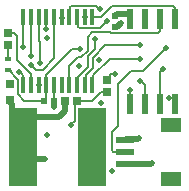
<source format=gbr>
%TF.GenerationSoftware,Altium Limited,Altium Designer,25.8.1 (18)*%
G04 Layer_Physical_Order=1*
G04 Layer_Color=255*
%FSLAX45Y45*%
%MOMM*%
%TF.SameCoordinates,B646849D-B937-4B77-9D6D-868C213BF6CA*%
%TF.FilePolarity,Positive*%
%TF.FileFunction,Copper,L1,Top,Signal*%
%TF.Part,Single*%
G01*
G75*
%TA.AperFunction,SMDPad,CuDef*%
G04:AMPARAMS|DCode=10|XSize=0.76mm|YSize=0.6604mm|CornerRadius=0.08255mm|HoleSize=0mm|Usage=FLASHONLY|Rotation=180.000|XOffset=0mm|YOffset=0mm|HoleType=Round|Shape=RoundedRectangle|*
%AMROUNDEDRECTD10*
21,1,0.76000,0.49530,0,0,180.0*
21,1,0.59490,0.66040,0,0,180.0*
1,1,0.16510,-0.29745,0.24765*
1,1,0.16510,0.29745,0.24765*
1,1,0.16510,0.29745,-0.24765*
1,1,0.16510,-0.29745,-0.24765*
%
%ADD10ROUNDEDRECTD10*%
G04:AMPARAMS|DCode=11|XSize=1.61mm|YSize=0.58mm|CornerRadius=0.0725mm|HoleSize=0mm|Usage=FLASHONLY|Rotation=90.000|XOffset=0mm|YOffset=0mm|HoleType=Round|Shape=RoundedRectangle|*
%AMROUNDEDRECTD11*
21,1,1.61000,0.43500,0,0,90.0*
21,1,1.46500,0.58000,0,0,90.0*
1,1,0.14500,0.21750,0.73250*
1,1,0.14500,0.21750,-0.73250*
1,1,0.14500,-0.21750,-0.73250*
1,1,0.14500,-0.21750,0.73250*
%
%ADD11ROUNDEDRECTD11*%
%ADD12R,1.55000X0.60000*%
%ADD13R,0.40000X1.35000*%
%ADD14R,0.65000X0.65000*%
G04:AMPARAMS|DCode=15|XSize=0.55mm|YSize=0.5mm|CornerRadius=0.0625mm|HoleSize=0mm|Usage=FLASHONLY|Rotation=90.000|XOffset=0mm|YOffset=0mm|HoleType=Round|Shape=RoundedRectangle|*
%AMROUNDEDRECTD15*
21,1,0.55000,0.37500,0,0,90.0*
21,1,0.42500,0.50000,0,0,90.0*
1,1,0.12500,0.18750,0.21250*
1,1,0.12500,0.18750,-0.21250*
1,1,0.12500,-0.18750,-0.21250*
1,1,0.12500,-0.18750,0.21250*
%
%ADD15ROUNDEDRECTD15*%
G04:AMPARAMS|DCode=16|XSize=0.55mm|YSize=0.5mm|CornerRadius=0.0625mm|HoleSize=0mm|Usage=FLASHONLY|Rotation=0.000|XOffset=0mm|YOffset=0mm|HoleType=Round|Shape=RoundedRectangle|*
%AMROUNDEDRECTD16*
21,1,0.55000,0.37500,0,0,0.0*
21,1,0.42500,0.50000,0,0,0.0*
1,1,0.12500,0.21250,-0.18750*
1,1,0.12500,-0.21250,-0.18750*
1,1,0.12500,-0.21250,0.18750*
1,1,0.12500,0.21250,0.18750*
%
%ADD16ROUNDEDRECTD16*%
%ADD17R,0.60000X0.40000*%
%ADD18R,0.65000X0.65000*%
%TA.AperFunction,ConnectorPad*%
%ADD19R,2.40000X6.63000*%
%TA.AperFunction,SMDPad,CuDef*%
%ADD20R,1.80000X1.20000*%
%TA.AperFunction,Conductor*%
%ADD21C,0.20000*%
%ADD22C,0.50000*%
%TA.AperFunction,ViaPad*%
%ADD23C,0.50000*%
D10*
X2260600Y2914500D02*
D03*
Y3054500D02*
D03*
D11*
X3657600Y2878000D02*
D03*
X3276600Y3599000D02*
D03*
Y2878000D02*
D03*
X3657600Y3599000D02*
D03*
X3530600D02*
D03*
X3403600Y2878000D02*
D03*
Y3599000D02*
D03*
X3530600Y2878000D02*
D03*
D12*
X3234800Y2576500D02*
D03*
Y2376500D02*
D03*
Y2476500D02*
D03*
D13*
X2634500Y3039900D02*
D03*
X2569500D02*
D03*
X2374500Y3614900D02*
D03*
X2439500D02*
D03*
X2504500D02*
D03*
X2569500D02*
D03*
X2634500D02*
D03*
X2699500D02*
D03*
X2764500D02*
D03*
X2829500D02*
D03*
X2894500D02*
D03*
X2959500D02*
D03*
Y3039900D02*
D03*
X2894500D02*
D03*
X2829500D02*
D03*
X2764500D02*
D03*
X2699500D02*
D03*
X2504500D02*
D03*
X2439500D02*
D03*
X2374500D02*
D03*
D14*
X3086100Y3085300D02*
D03*
Y2985300D02*
D03*
X2247900Y3479000D02*
D03*
Y3379000D02*
D03*
D15*
X2635800Y2908300D02*
D03*
X2545800D02*
D03*
D16*
X3149600Y3536400D02*
D03*
Y3626400D02*
D03*
D17*
X2247900Y3168100D02*
D03*
Y3258100D02*
D03*
D18*
X2731300Y2908300D02*
D03*
X2831300D02*
D03*
D19*
X2374500Y2514600D02*
D03*
X2959500D02*
D03*
D20*
X3622300Y2246500D02*
D03*
Y2706500D02*
D03*
D21*
X3390900Y3162300D02*
X3581400Y3352800D01*
X2569500Y3039900D02*
Y3128300D01*
Y2934500D02*
Y3039900D01*
X2558500Y2908300D02*
Y2923500D01*
X3530600Y3149600D02*
X3556000Y3175000D01*
X3530600Y2878000D02*
Y3149600D01*
X3289300Y3162300D02*
X3390900D01*
X2839500Y3049900D02*
Y3112219D01*
X2925700Y3198419D01*
X2829500Y3039900D02*
X2839500Y3049900D01*
X2925700Y3198419D02*
Y3288479D01*
X2984606Y3347384D01*
X2960700Y3183922D02*
Y3273982D01*
X2904500Y3127721D02*
X2960700Y3183922D01*
X2904500Y3049900D02*
Y3127721D01*
X2984606Y3347384D02*
Y3431899D01*
X2864324Y3276600D02*
X2921000Y3333276D01*
X2764500Y3039900D02*
Y3205531D01*
X2835569Y3276600D02*
X2864324D01*
X2764500Y3205531D02*
X2835569Y3276600D01*
X2921000Y3333276D02*
Y3448896D01*
X2959500Y3039900D02*
X2965804Y3046204D01*
X2894500Y3039900D02*
X2904500Y3049900D01*
X3106181Y3263900D02*
X3365500D01*
X2965804Y3123522D02*
X3106181Y3263900D01*
X2965804Y3046204D02*
Y3123522D01*
X3119260Y3131160D02*
X3143860D01*
X3149600Y3136900D01*
X3638600Y2933700D02*
X3657600Y2914700D01*
X3604600Y2933700D02*
X3638600D01*
X3657600Y2878000D02*
Y2914700D01*
X2634500Y2922300D02*
Y3039900D01*
X2635800Y2908300D02*
X2638700Y2905400D01*
X2634500Y2922300D02*
X2642150Y2914650D01*
X3079750Y3091650D02*
X3119260Y3131160D01*
X2329500Y2962045D02*
X2383245Y2908300D01*
X2545800D01*
X2303965Y3112520D02*
X2304119D01*
X2267900Y3148585D02*
X2303965Y3112520D01*
X2329500Y2962045D02*
Y3087139D01*
X2304119Y3112520D02*
X2329500Y3087139D01*
X2247900Y3168100D02*
X2257900D01*
X2267900Y3148585D02*
Y3158100D01*
X2257900Y3168100D02*
X2267900Y3158100D01*
X2785028Y3343828D02*
X2853300D01*
X2569500Y3128300D02*
X2785028Y3343828D01*
X2558500Y2923500D02*
X2569500Y2934500D01*
X3373618Y3073400D02*
X3403600Y3043418D01*
Y2878000D02*
Y3043418D01*
X3365500Y3073400D02*
X3373618D01*
X3125184Y2642584D02*
X3175000Y2692400D01*
Y3048000D01*
X3289300Y3162300D01*
X3125184Y2488216D02*
Y2642584D01*
X3128301Y3712501D02*
X3643227D01*
X3657600Y3599000D02*
Y3698129D01*
X3643227Y3712501D02*
X3657600Y3698129D01*
X2764500Y3614900D02*
X2767133Y3617533D01*
Y3700684D02*
X2778950Y3712501D01*
X2767133Y3617533D02*
Y3700684D01*
X2778950Y3712501D02*
X2992512D01*
X3018703Y3686311D01*
X3030700Y3614900D02*
X3128301Y3712501D01*
X3036100Y2986100D02*
X3086100D01*
X2808800Y2885800D02*
X2831300Y2908300D01*
X2958300D01*
X3036100Y2986100D01*
X2781300Y2713218D02*
X2808800Y2740718D01*
X2781300Y2705100D02*
Y2713218D01*
X2808800Y2740718D02*
Y2885800D01*
X2438400Y3289300D02*
Y3613800D01*
X2567450Y3519950D02*
Y3612850D01*
X2565400Y3517900D02*
X2567450Y3519950D01*
X2504500Y3413700D02*
Y3614900D01*
X2567450Y3612850D02*
X2569500Y3614900D01*
X2504500Y3413700D02*
X2514600Y3403600D01*
X3069939Y3383220D02*
X3365200D01*
X2960700Y3273982D02*
X3069939Y3383220D01*
X3276600Y2878000D02*
Y3002407D01*
X2959500Y3614900D02*
X3030700D01*
X2514600Y3225800D02*
Y3403600D01*
X2921000Y3448896D02*
X2959002Y3486899D01*
X3114907D01*
X3115406Y3486400D02*
X3518884D01*
X3114907Y3486899D02*
X3115406Y3486400D01*
X3518884D02*
X3530600Y3498116D01*
Y3611700D01*
X2634500Y3267919D02*
Y3614900D01*
X2537382Y3170800D02*
X2634500Y3267919D01*
X2480877Y3170800D02*
X2537382D01*
X2440664Y3211013D02*
X2480877Y3170800D01*
X2374700Y3365700D02*
Y3614700D01*
X2374500Y3614900D02*
X2374700Y3614700D01*
Y3365700D02*
X2374900Y3365500D01*
X2319900Y3253995D02*
Y3458600D01*
Y3253995D02*
X2439500Y3134395D01*
Y3039900D02*
Y3134395D01*
X2299500Y3479000D02*
X2319900Y3458600D01*
X2247900Y3479000D02*
X2299500D01*
X2839500Y3535900D02*
Y3604900D01*
X2829500Y3614900D02*
X2839500Y3604900D01*
Y3535900D02*
X2853000Y3522400D01*
X3025333D01*
X3084333Y3581400D01*
X2699500Y3606800D02*
Y3614900D01*
X2369470Y3044930D02*
Y3124796D01*
Y3044930D02*
X2374500Y3039900D01*
X2340485Y3153781D02*
X2369470Y3124796D01*
X3136900Y2476500D02*
X3234800D01*
X3018703Y3686311D02*
X3024329D01*
X3125184Y2488216D02*
X3136900Y2476500D01*
X2247900Y3258100D02*
Y3379000D01*
D22*
X3343500Y2581500D02*
X3352800Y2590800D01*
X3234800Y2576500D02*
X3239800Y2581500D01*
X3343500D01*
X2635800Y2851700D02*
Y2908300D01*
X3149600Y3536400D02*
X3171406D01*
X3201826Y3566820D01*
X3149600Y3626400D02*
X3152100D01*
X3170600Y3644900D01*
X3213100D01*
X3272600D01*
X3276600Y3640900D01*
Y3599000D02*
Y3640900D01*
X3456300Y2376500D02*
X3460900Y2381100D01*
X3234800Y2376500D02*
X3456300D01*
X2730500Y2907500D02*
X2731300Y2908300D01*
X2260600Y2914500D02*
X2265580D01*
X2273600Y2906480D01*
Y2883115D02*
X2279525Y2877190D01*
X2730500Y2844800D02*
Y2907500D01*
X2273600Y2883115D02*
Y2906480D01*
X2730500Y2825400D02*
Y2844800D01*
X2673700Y2768600D02*
X2730500Y2825400D01*
X2463300Y2768600D02*
X2673700D01*
X2469500Y2414600D02*
X2554300D01*
X2279525Y2774775D02*
Y2877190D01*
Y2774775D02*
X2374500Y2679800D01*
Y2509600D02*
Y2514600D01*
Y2509600D02*
X2469500Y2414600D01*
X2374500Y2679800D02*
X2463300Y2768600D01*
D23*
X3581400Y3352800D02*
D03*
X3556000Y3175000D02*
D03*
X2849900Y3200400D02*
D03*
X2578100Y3441700D02*
D03*
Y2616200D02*
D03*
X3352800Y2590800D02*
D03*
X3201826Y3566820D02*
D03*
X3604600Y2933700D02*
D03*
X3149600Y3136900D02*
D03*
X3124500Y2311400D02*
D03*
X3015700Y3251200D02*
D03*
X2260600Y3054500D02*
D03*
X2635800Y2851700D02*
D03*
X3028411Y2891100D02*
D03*
X2853300Y3343828D02*
D03*
X3213100Y3644900D02*
D03*
X3365500Y3073400D02*
D03*
Y3263900D02*
D03*
X2781300Y2705100D02*
D03*
X2438400Y3289300D02*
D03*
X2565400Y3517900D02*
D03*
X3365200Y3383220D02*
D03*
X3460900Y2381100D02*
D03*
X2730500Y2844800D02*
D03*
X2554300Y2414600D02*
D03*
X2504500Y3039900D02*
D03*
X3276600Y3002407D02*
D03*
X2514600Y3225800D02*
D03*
X2894500Y3619500D02*
D03*
X2440664Y3211013D02*
D03*
X2374900Y3365500D02*
D03*
X3084333Y3581400D02*
D03*
X2984606Y3431899D02*
D03*
X2699500Y3606800D02*
D03*
X2340485Y3153781D02*
D03*
X3024329Y3686311D02*
D03*
X2971306Y2346756D02*
D03*
%TF.MD5,d14e092d4d9338234112730d530bcdb8*%
M02*

</source>
